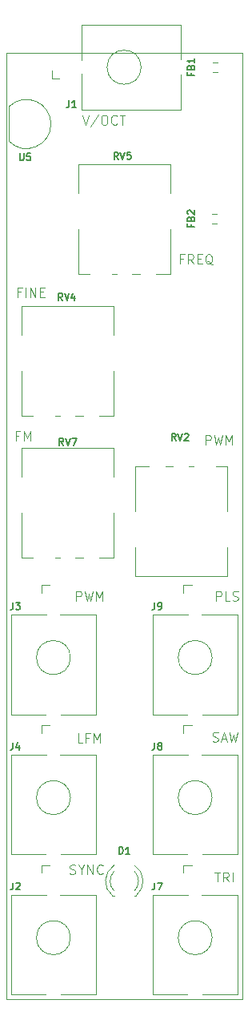
<source format=gbr>
%TF.GenerationSoftware,KiCad,Pcbnew,8.0.0*%
%TF.CreationDate,2024-08-08T14:00:08-07:00*%
%TF.ProjectId,vco,76636f2e-6b69-4636-9164-5f7063625858,rev?*%
%TF.SameCoordinates,Original*%
%TF.FileFunction,Legend,Top*%
%TF.FilePolarity,Positive*%
%FSLAX46Y46*%
G04 Gerber Fmt 4.6, Leading zero omitted, Abs format (unit mm)*
G04 Created by KiCad (PCBNEW 8.0.0) date 2024-08-08 14:00:08*
%MOMM*%
%LPD*%
G01*
G04 APERTURE LIST*
%ADD10C,0.100000*%
%ADD11C,0.150000*%
%ADD12C,0.120000*%
%TA.AperFunction,Profile*%
%ADD13C,0.050000*%
%TD*%
G04 APERTURE END LIST*
D10*
X51337217Y-90448609D02*
X51003884Y-90448609D01*
X51003884Y-90972419D02*
X51003884Y-89972419D01*
X51003884Y-89972419D02*
X51480074Y-89972419D01*
X51861027Y-90972419D02*
X51861027Y-89972419D01*
X51861027Y-89972419D02*
X52194360Y-90686704D01*
X52194360Y-90686704D02*
X52527693Y-89972419D01*
X52527693Y-89972419D02*
X52527693Y-90972419D01*
X71103884Y-91372419D02*
X71103884Y-90372419D01*
X71103884Y-90372419D02*
X71484836Y-90372419D01*
X71484836Y-90372419D02*
X71580074Y-90420038D01*
X71580074Y-90420038D02*
X71627693Y-90467657D01*
X71627693Y-90467657D02*
X71675312Y-90562895D01*
X71675312Y-90562895D02*
X71675312Y-90705752D01*
X71675312Y-90705752D02*
X71627693Y-90800990D01*
X71627693Y-90800990D02*
X71580074Y-90848609D01*
X71580074Y-90848609D02*
X71484836Y-90896228D01*
X71484836Y-90896228D02*
X71103884Y-90896228D01*
X72008646Y-90372419D02*
X72246741Y-91372419D01*
X72246741Y-91372419D02*
X72437217Y-90658133D01*
X72437217Y-90658133D02*
X72627693Y-91372419D01*
X72627693Y-91372419D02*
X72865789Y-90372419D01*
X73246741Y-91372419D02*
X73246741Y-90372419D01*
X73246741Y-90372419D02*
X73580074Y-91086704D01*
X73580074Y-91086704D02*
X73913407Y-90372419D01*
X73913407Y-90372419D02*
X73913407Y-91372419D01*
X68737217Y-71748609D02*
X68403884Y-71748609D01*
X68403884Y-72272419D02*
X68403884Y-71272419D01*
X68403884Y-71272419D02*
X68880074Y-71272419D01*
X69832455Y-72272419D02*
X69499122Y-71796228D01*
X69261027Y-72272419D02*
X69261027Y-71272419D01*
X69261027Y-71272419D02*
X69641979Y-71272419D01*
X69641979Y-71272419D02*
X69737217Y-71320038D01*
X69737217Y-71320038D02*
X69784836Y-71367657D01*
X69784836Y-71367657D02*
X69832455Y-71462895D01*
X69832455Y-71462895D02*
X69832455Y-71605752D01*
X69832455Y-71605752D02*
X69784836Y-71700990D01*
X69784836Y-71700990D02*
X69737217Y-71748609D01*
X69737217Y-71748609D02*
X69641979Y-71796228D01*
X69641979Y-71796228D02*
X69261027Y-71796228D01*
X70261027Y-71748609D02*
X70594360Y-71748609D01*
X70737217Y-72272419D02*
X70261027Y-72272419D01*
X70261027Y-72272419D02*
X70261027Y-71272419D01*
X70261027Y-71272419D02*
X70737217Y-71272419D01*
X71832455Y-72367657D02*
X71737217Y-72320038D01*
X71737217Y-72320038D02*
X71641979Y-72224800D01*
X71641979Y-72224800D02*
X71499122Y-72081942D01*
X71499122Y-72081942D02*
X71403884Y-72034323D01*
X71403884Y-72034323D02*
X71308646Y-72034323D01*
X71356265Y-72272419D02*
X71261027Y-72224800D01*
X71261027Y-72224800D02*
X71165789Y-72129561D01*
X71165789Y-72129561D02*
X71118170Y-71939085D01*
X71118170Y-71939085D02*
X71118170Y-71605752D01*
X71118170Y-71605752D02*
X71165789Y-71415276D01*
X71165789Y-71415276D02*
X71261027Y-71320038D01*
X71261027Y-71320038D02*
X71356265Y-71272419D01*
X71356265Y-71272419D02*
X71546741Y-71272419D01*
X71546741Y-71272419D02*
X71641979Y-71320038D01*
X71641979Y-71320038D02*
X71737217Y-71415276D01*
X71737217Y-71415276D02*
X71784836Y-71605752D01*
X71784836Y-71605752D02*
X71784836Y-71939085D01*
X71784836Y-71939085D02*
X71737217Y-72129561D01*
X71737217Y-72129561D02*
X71641979Y-72224800D01*
X71641979Y-72224800D02*
X71546741Y-72272419D01*
X71546741Y-72272419D02*
X71356265Y-72272419D01*
X51537217Y-75248609D02*
X51203884Y-75248609D01*
X51203884Y-75772419D02*
X51203884Y-74772419D01*
X51203884Y-74772419D02*
X51680074Y-74772419D01*
X52061027Y-75772419D02*
X52061027Y-74772419D01*
X52537217Y-75772419D02*
X52537217Y-74772419D01*
X52537217Y-74772419D02*
X53108645Y-75772419D01*
X53108645Y-75772419D02*
X53108645Y-74772419D01*
X53584836Y-75248609D02*
X53918169Y-75248609D01*
X54061026Y-75772419D02*
X53584836Y-75772419D01*
X53584836Y-75772419D02*
X53584836Y-74772419D01*
X53584836Y-74772419D02*
X54061026Y-74772419D01*
X57403884Y-107872419D02*
X57403884Y-106872419D01*
X57403884Y-106872419D02*
X57784836Y-106872419D01*
X57784836Y-106872419D02*
X57880074Y-106920038D01*
X57880074Y-106920038D02*
X57927693Y-106967657D01*
X57927693Y-106967657D02*
X57975312Y-107062895D01*
X57975312Y-107062895D02*
X57975312Y-107205752D01*
X57975312Y-107205752D02*
X57927693Y-107300990D01*
X57927693Y-107300990D02*
X57880074Y-107348609D01*
X57880074Y-107348609D02*
X57784836Y-107396228D01*
X57784836Y-107396228D02*
X57403884Y-107396228D01*
X58308646Y-106872419D02*
X58546741Y-107872419D01*
X58546741Y-107872419D02*
X58737217Y-107158133D01*
X58737217Y-107158133D02*
X58927693Y-107872419D01*
X58927693Y-107872419D02*
X59165789Y-106872419D01*
X59546741Y-107872419D02*
X59546741Y-106872419D01*
X59546741Y-106872419D02*
X59880074Y-107586704D01*
X59880074Y-107586704D02*
X60213407Y-106872419D01*
X60213407Y-106872419D02*
X60213407Y-107872419D01*
X56756265Y-136724800D02*
X56899122Y-136772419D01*
X56899122Y-136772419D02*
X57137217Y-136772419D01*
X57137217Y-136772419D02*
X57232455Y-136724800D01*
X57232455Y-136724800D02*
X57280074Y-136677180D01*
X57280074Y-136677180D02*
X57327693Y-136581942D01*
X57327693Y-136581942D02*
X57327693Y-136486704D01*
X57327693Y-136486704D02*
X57280074Y-136391466D01*
X57280074Y-136391466D02*
X57232455Y-136343847D01*
X57232455Y-136343847D02*
X57137217Y-136296228D01*
X57137217Y-136296228D02*
X56946741Y-136248609D01*
X56946741Y-136248609D02*
X56851503Y-136200990D01*
X56851503Y-136200990D02*
X56803884Y-136153371D01*
X56803884Y-136153371D02*
X56756265Y-136058133D01*
X56756265Y-136058133D02*
X56756265Y-135962895D01*
X56756265Y-135962895D02*
X56803884Y-135867657D01*
X56803884Y-135867657D02*
X56851503Y-135820038D01*
X56851503Y-135820038D02*
X56946741Y-135772419D01*
X56946741Y-135772419D02*
X57184836Y-135772419D01*
X57184836Y-135772419D02*
X57327693Y-135820038D01*
X57946741Y-136296228D02*
X57946741Y-136772419D01*
X57613408Y-135772419D02*
X57946741Y-136296228D01*
X57946741Y-136296228D02*
X58280074Y-135772419D01*
X58613408Y-136772419D02*
X58613408Y-135772419D01*
X58613408Y-135772419D02*
X59184836Y-136772419D01*
X59184836Y-136772419D02*
X59184836Y-135772419D01*
X60232455Y-136677180D02*
X60184836Y-136724800D01*
X60184836Y-136724800D02*
X60041979Y-136772419D01*
X60041979Y-136772419D02*
X59946741Y-136772419D01*
X59946741Y-136772419D02*
X59803884Y-136724800D01*
X59803884Y-136724800D02*
X59708646Y-136629561D01*
X59708646Y-136629561D02*
X59661027Y-136534323D01*
X59661027Y-136534323D02*
X59613408Y-136343847D01*
X59613408Y-136343847D02*
X59613408Y-136200990D01*
X59613408Y-136200990D02*
X59661027Y-136010514D01*
X59661027Y-136010514D02*
X59708646Y-135915276D01*
X59708646Y-135915276D02*
X59803884Y-135820038D01*
X59803884Y-135820038D02*
X59946741Y-135772419D01*
X59946741Y-135772419D02*
X60041979Y-135772419D01*
X60041979Y-135772419D02*
X60184836Y-135820038D01*
X60184836Y-135820038D02*
X60232455Y-135867657D01*
X58080074Y-122872419D02*
X57603884Y-122872419D01*
X57603884Y-122872419D02*
X57603884Y-121872419D01*
X58746741Y-122348609D02*
X58413408Y-122348609D01*
X58413408Y-122872419D02*
X58413408Y-121872419D01*
X58413408Y-121872419D02*
X58889598Y-121872419D01*
X59270551Y-122872419D02*
X59270551Y-121872419D01*
X59270551Y-121872419D02*
X59603884Y-122586704D01*
X59603884Y-122586704D02*
X59937217Y-121872419D01*
X59937217Y-121872419D02*
X59937217Y-122872419D01*
X58061027Y-56572419D02*
X58394360Y-57572419D01*
X58394360Y-57572419D02*
X58727693Y-56572419D01*
X59775312Y-56524800D02*
X58918170Y-57810514D01*
X60299122Y-56572419D02*
X60489598Y-56572419D01*
X60489598Y-56572419D02*
X60584836Y-56620038D01*
X60584836Y-56620038D02*
X60680074Y-56715276D01*
X60680074Y-56715276D02*
X60727693Y-56905752D01*
X60727693Y-56905752D02*
X60727693Y-57239085D01*
X60727693Y-57239085D02*
X60680074Y-57429561D01*
X60680074Y-57429561D02*
X60584836Y-57524800D01*
X60584836Y-57524800D02*
X60489598Y-57572419D01*
X60489598Y-57572419D02*
X60299122Y-57572419D01*
X60299122Y-57572419D02*
X60203884Y-57524800D01*
X60203884Y-57524800D02*
X60108646Y-57429561D01*
X60108646Y-57429561D02*
X60061027Y-57239085D01*
X60061027Y-57239085D02*
X60061027Y-56905752D01*
X60061027Y-56905752D02*
X60108646Y-56715276D01*
X60108646Y-56715276D02*
X60203884Y-56620038D01*
X60203884Y-56620038D02*
X60299122Y-56572419D01*
X61727693Y-57477180D02*
X61680074Y-57524800D01*
X61680074Y-57524800D02*
X61537217Y-57572419D01*
X61537217Y-57572419D02*
X61441979Y-57572419D01*
X61441979Y-57572419D02*
X61299122Y-57524800D01*
X61299122Y-57524800D02*
X61203884Y-57429561D01*
X61203884Y-57429561D02*
X61156265Y-57334323D01*
X61156265Y-57334323D02*
X61108646Y-57143847D01*
X61108646Y-57143847D02*
X61108646Y-57000990D01*
X61108646Y-57000990D02*
X61156265Y-56810514D01*
X61156265Y-56810514D02*
X61203884Y-56715276D01*
X61203884Y-56715276D02*
X61299122Y-56620038D01*
X61299122Y-56620038D02*
X61441979Y-56572419D01*
X61441979Y-56572419D02*
X61537217Y-56572419D01*
X61537217Y-56572419D02*
X61680074Y-56620038D01*
X61680074Y-56620038D02*
X61727693Y-56667657D01*
X62013408Y-56572419D02*
X62584836Y-56572419D01*
X62299122Y-57572419D02*
X62299122Y-56572419D01*
X72061027Y-136572419D02*
X72632455Y-136572419D01*
X72346741Y-137572419D02*
X72346741Y-136572419D01*
X73537217Y-137572419D02*
X73203884Y-137096228D01*
X72965789Y-137572419D02*
X72965789Y-136572419D01*
X72965789Y-136572419D02*
X73346741Y-136572419D01*
X73346741Y-136572419D02*
X73441979Y-136620038D01*
X73441979Y-136620038D02*
X73489598Y-136667657D01*
X73489598Y-136667657D02*
X73537217Y-136762895D01*
X73537217Y-136762895D02*
X73537217Y-136905752D01*
X73537217Y-136905752D02*
X73489598Y-137000990D01*
X73489598Y-137000990D02*
X73441979Y-137048609D01*
X73441979Y-137048609D02*
X73346741Y-137096228D01*
X73346741Y-137096228D02*
X72965789Y-137096228D01*
X73965789Y-137572419D02*
X73965789Y-136572419D01*
X71856265Y-122724800D02*
X71999122Y-122772419D01*
X71999122Y-122772419D02*
X72237217Y-122772419D01*
X72237217Y-122772419D02*
X72332455Y-122724800D01*
X72332455Y-122724800D02*
X72380074Y-122677180D01*
X72380074Y-122677180D02*
X72427693Y-122581942D01*
X72427693Y-122581942D02*
X72427693Y-122486704D01*
X72427693Y-122486704D02*
X72380074Y-122391466D01*
X72380074Y-122391466D02*
X72332455Y-122343847D01*
X72332455Y-122343847D02*
X72237217Y-122296228D01*
X72237217Y-122296228D02*
X72046741Y-122248609D01*
X72046741Y-122248609D02*
X71951503Y-122200990D01*
X71951503Y-122200990D02*
X71903884Y-122153371D01*
X71903884Y-122153371D02*
X71856265Y-122058133D01*
X71856265Y-122058133D02*
X71856265Y-121962895D01*
X71856265Y-121962895D02*
X71903884Y-121867657D01*
X71903884Y-121867657D02*
X71951503Y-121820038D01*
X71951503Y-121820038D02*
X72046741Y-121772419D01*
X72046741Y-121772419D02*
X72284836Y-121772419D01*
X72284836Y-121772419D02*
X72427693Y-121820038D01*
X72808646Y-122486704D02*
X73284836Y-122486704D01*
X72713408Y-122772419D02*
X73046741Y-121772419D01*
X73046741Y-121772419D02*
X73380074Y-122772419D01*
X73618170Y-121772419D02*
X73856265Y-122772419D01*
X73856265Y-122772419D02*
X74046741Y-122058133D01*
X74046741Y-122058133D02*
X74237217Y-122772419D01*
X74237217Y-122772419D02*
X74475313Y-121772419D01*
X72203884Y-107872419D02*
X72203884Y-106872419D01*
X72203884Y-106872419D02*
X72584836Y-106872419D01*
X72584836Y-106872419D02*
X72680074Y-106920038D01*
X72680074Y-106920038D02*
X72727693Y-106967657D01*
X72727693Y-106967657D02*
X72775312Y-107062895D01*
X72775312Y-107062895D02*
X72775312Y-107205752D01*
X72775312Y-107205752D02*
X72727693Y-107300990D01*
X72727693Y-107300990D02*
X72680074Y-107348609D01*
X72680074Y-107348609D02*
X72584836Y-107396228D01*
X72584836Y-107396228D02*
X72203884Y-107396228D01*
X73680074Y-107872419D02*
X73203884Y-107872419D01*
X73203884Y-107872419D02*
X73203884Y-106872419D01*
X73965789Y-107824800D02*
X74108646Y-107872419D01*
X74108646Y-107872419D02*
X74346741Y-107872419D01*
X74346741Y-107872419D02*
X74441979Y-107824800D01*
X74441979Y-107824800D02*
X74489598Y-107777180D01*
X74489598Y-107777180D02*
X74537217Y-107681942D01*
X74537217Y-107681942D02*
X74537217Y-107586704D01*
X74537217Y-107586704D02*
X74489598Y-107491466D01*
X74489598Y-107491466D02*
X74441979Y-107443847D01*
X74441979Y-107443847D02*
X74346741Y-107396228D01*
X74346741Y-107396228D02*
X74156265Y-107348609D01*
X74156265Y-107348609D02*
X74061027Y-107300990D01*
X74061027Y-107300990D02*
X74013408Y-107253371D01*
X74013408Y-107253371D02*
X73965789Y-107158133D01*
X73965789Y-107158133D02*
X73965789Y-107062895D01*
X73965789Y-107062895D02*
X74013408Y-106967657D01*
X74013408Y-106967657D02*
X74061027Y-106920038D01*
X74061027Y-106920038D02*
X74156265Y-106872419D01*
X74156265Y-106872419D02*
X74394360Y-106872419D01*
X74394360Y-106872419D02*
X74537217Y-106920038D01*
D11*
X69546307Y-68124999D02*
X69546307Y-68374999D01*
X69939164Y-68374999D02*
X69189164Y-68374999D01*
X69189164Y-68374999D02*
X69189164Y-68017856D01*
X69546307Y-67482142D02*
X69582021Y-67374999D01*
X69582021Y-67374999D02*
X69617735Y-67339285D01*
X69617735Y-67339285D02*
X69689164Y-67303571D01*
X69689164Y-67303571D02*
X69796307Y-67303571D01*
X69796307Y-67303571D02*
X69867735Y-67339285D01*
X69867735Y-67339285D02*
X69903450Y-67374999D01*
X69903450Y-67374999D02*
X69939164Y-67446428D01*
X69939164Y-67446428D02*
X69939164Y-67732142D01*
X69939164Y-67732142D02*
X69189164Y-67732142D01*
X69189164Y-67732142D02*
X69189164Y-67482142D01*
X69189164Y-67482142D02*
X69224878Y-67410714D01*
X69224878Y-67410714D02*
X69260592Y-67374999D01*
X69260592Y-67374999D02*
X69332021Y-67339285D01*
X69332021Y-67339285D02*
X69403450Y-67339285D01*
X69403450Y-67339285D02*
X69474878Y-67374999D01*
X69474878Y-67374999D02*
X69510592Y-67410714D01*
X69510592Y-67410714D02*
X69546307Y-67482142D01*
X69546307Y-67482142D02*
X69546307Y-67732142D01*
X69260592Y-67017856D02*
X69224878Y-66982142D01*
X69224878Y-66982142D02*
X69189164Y-66910714D01*
X69189164Y-66910714D02*
X69189164Y-66732142D01*
X69189164Y-66732142D02*
X69224878Y-66660714D01*
X69224878Y-66660714D02*
X69260592Y-66624999D01*
X69260592Y-66624999D02*
X69332021Y-66589285D01*
X69332021Y-66589285D02*
X69403450Y-66589285D01*
X69403450Y-66589285D02*
X69510592Y-66624999D01*
X69510592Y-66624999D02*
X69939164Y-67053571D01*
X69939164Y-67053571D02*
X69939164Y-66589285D01*
X69546307Y-52124999D02*
X69546307Y-52374999D01*
X69939164Y-52374999D02*
X69189164Y-52374999D01*
X69189164Y-52374999D02*
X69189164Y-52017856D01*
X69546307Y-51482142D02*
X69582021Y-51374999D01*
X69582021Y-51374999D02*
X69617735Y-51339285D01*
X69617735Y-51339285D02*
X69689164Y-51303571D01*
X69689164Y-51303571D02*
X69796307Y-51303571D01*
X69796307Y-51303571D02*
X69867735Y-51339285D01*
X69867735Y-51339285D02*
X69903450Y-51374999D01*
X69903450Y-51374999D02*
X69939164Y-51446428D01*
X69939164Y-51446428D02*
X69939164Y-51732142D01*
X69939164Y-51732142D02*
X69189164Y-51732142D01*
X69189164Y-51732142D02*
X69189164Y-51482142D01*
X69189164Y-51482142D02*
X69224878Y-51410714D01*
X69224878Y-51410714D02*
X69260592Y-51374999D01*
X69260592Y-51374999D02*
X69332021Y-51339285D01*
X69332021Y-51339285D02*
X69403450Y-51339285D01*
X69403450Y-51339285D02*
X69474878Y-51374999D01*
X69474878Y-51374999D02*
X69510592Y-51410714D01*
X69510592Y-51410714D02*
X69546307Y-51482142D01*
X69546307Y-51482142D02*
X69546307Y-51732142D01*
X69939164Y-50589285D02*
X69939164Y-51017856D01*
X69939164Y-50803571D02*
X69189164Y-50803571D01*
X69189164Y-50803571D02*
X69296307Y-50874999D01*
X69296307Y-50874999D02*
X69367735Y-50946428D01*
X69367735Y-50946428D02*
X69403450Y-51017856D01*
X56053571Y-91439164D02*
X55803571Y-91082021D01*
X55625000Y-91439164D02*
X55625000Y-90689164D01*
X55625000Y-90689164D02*
X55910714Y-90689164D01*
X55910714Y-90689164D02*
X55982143Y-90724878D01*
X55982143Y-90724878D02*
X56017857Y-90760592D01*
X56017857Y-90760592D02*
X56053571Y-90832021D01*
X56053571Y-90832021D02*
X56053571Y-90939164D01*
X56053571Y-90939164D02*
X56017857Y-91010592D01*
X56017857Y-91010592D02*
X55982143Y-91046307D01*
X55982143Y-91046307D02*
X55910714Y-91082021D01*
X55910714Y-91082021D02*
X55625000Y-91082021D01*
X56267857Y-90689164D02*
X56517857Y-91439164D01*
X56517857Y-91439164D02*
X56767857Y-90689164D01*
X56946428Y-90689164D02*
X57446428Y-90689164D01*
X57446428Y-90689164D02*
X57125000Y-91439164D01*
X61853571Y-61239164D02*
X61603571Y-60882021D01*
X61425000Y-61239164D02*
X61425000Y-60489164D01*
X61425000Y-60489164D02*
X61710714Y-60489164D01*
X61710714Y-60489164D02*
X61782143Y-60524878D01*
X61782143Y-60524878D02*
X61817857Y-60560592D01*
X61817857Y-60560592D02*
X61853571Y-60632021D01*
X61853571Y-60632021D02*
X61853571Y-60739164D01*
X61853571Y-60739164D02*
X61817857Y-60810592D01*
X61817857Y-60810592D02*
X61782143Y-60846307D01*
X61782143Y-60846307D02*
X61710714Y-60882021D01*
X61710714Y-60882021D02*
X61425000Y-60882021D01*
X62067857Y-60489164D02*
X62317857Y-61239164D01*
X62317857Y-61239164D02*
X62567857Y-60489164D01*
X63175000Y-60489164D02*
X62817857Y-60489164D01*
X62817857Y-60489164D02*
X62782143Y-60846307D01*
X62782143Y-60846307D02*
X62817857Y-60810592D01*
X62817857Y-60810592D02*
X62889286Y-60774878D01*
X62889286Y-60774878D02*
X63067857Y-60774878D01*
X63067857Y-60774878D02*
X63139286Y-60810592D01*
X63139286Y-60810592D02*
X63175000Y-60846307D01*
X63175000Y-60846307D02*
X63210714Y-60917735D01*
X63210714Y-60917735D02*
X63210714Y-61096307D01*
X63210714Y-61096307D02*
X63175000Y-61167735D01*
X63175000Y-61167735D02*
X63139286Y-61203450D01*
X63139286Y-61203450D02*
X63067857Y-61239164D01*
X63067857Y-61239164D02*
X62889286Y-61239164D01*
X62889286Y-61239164D02*
X62817857Y-61203450D01*
X62817857Y-61203450D02*
X62782143Y-61167735D01*
X55953571Y-76139164D02*
X55703571Y-75782021D01*
X55525000Y-76139164D02*
X55525000Y-75389164D01*
X55525000Y-75389164D02*
X55810714Y-75389164D01*
X55810714Y-75389164D02*
X55882143Y-75424878D01*
X55882143Y-75424878D02*
X55917857Y-75460592D01*
X55917857Y-75460592D02*
X55953571Y-75532021D01*
X55953571Y-75532021D02*
X55953571Y-75639164D01*
X55953571Y-75639164D02*
X55917857Y-75710592D01*
X55917857Y-75710592D02*
X55882143Y-75746307D01*
X55882143Y-75746307D02*
X55810714Y-75782021D01*
X55810714Y-75782021D02*
X55525000Y-75782021D01*
X56167857Y-75389164D02*
X56417857Y-76139164D01*
X56417857Y-76139164D02*
X56667857Y-75389164D01*
X57239286Y-75639164D02*
X57239286Y-76139164D01*
X57060714Y-75353450D02*
X56882143Y-75889164D01*
X56882143Y-75889164D02*
X57346428Y-75889164D01*
X67953571Y-90939164D02*
X67703571Y-90582021D01*
X67525000Y-90939164D02*
X67525000Y-90189164D01*
X67525000Y-90189164D02*
X67810714Y-90189164D01*
X67810714Y-90189164D02*
X67882143Y-90224878D01*
X67882143Y-90224878D02*
X67917857Y-90260592D01*
X67917857Y-90260592D02*
X67953571Y-90332021D01*
X67953571Y-90332021D02*
X67953571Y-90439164D01*
X67953571Y-90439164D02*
X67917857Y-90510592D01*
X67917857Y-90510592D02*
X67882143Y-90546307D01*
X67882143Y-90546307D02*
X67810714Y-90582021D01*
X67810714Y-90582021D02*
X67525000Y-90582021D01*
X68167857Y-90189164D02*
X68417857Y-90939164D01*
X68417857Y-90939164D02*
X68667857Y-90189164D01*
X68882143Y-90260592D02*
X68917857Y-90224878D01*
X68917857Y-90224878D02*
X68989286Y-90189164D01*
X68989286Y-90189164D02*
X69167857Y-90189164D01*
X69167857Y-90189164D02*
X69239286Y-90224878D01*
X69239286Y-90224878D02*
X69275000Y-90260592D01*
X69275000Y-90260592D02*
X69310714Y-90332021D01*
X69310714Y-90332021D02*
X69310714Y-90403450D01*
X69310714Y-90403450D02*
X69275000Y-90510592D01*
X69275000Y-90510592D02*
X68846428Y-90939164D01*
X68846428Y-90939164D02*
X69310714Y-90939164D01*
X51428571Y-60589164D02*
X51428571Y-61196307D01*
X51428571Y-61196307D02*
X51464285Y-61267735D01*
X51464285Y-61267735D02*
X51500000Y-61303450D01*
X51500000Y-61303450D02*
X51571428Y-61339164D01*
X51571428Y-61339164D02*
X51714285Y-61339164D01*
X51714285Y-61339164D02*
X51785714Y-61303450D01*
X51785714Y-61303450D02*
X51821428Y-61267735D01*
X51821428Y-61267735D02*
X51857142Y-61196307D01*
X51857142Y-61196307D02*
X51857142Y-60589164D01*
X52571428Y-60589164D02*
X52214285Y-60589164D01*
X52214285Y-60589164D02*
X52178571Y-60946307D01*
X52178571Y-60946307D02*
X52214285Y-60910592D01*
X52214285Y-60910592D02*
X52285714Y-60874878D01*
X52285714Y-60874878D02*
X52464285Y-60874878D01*
X52464285Y-60874878D02*
X52535714Y-60910592D01*
X52535714Y-60910592D02*
X52571428Y-60946307D01*
X52571428Y-60946307D02*
X52607142Y-61017735D01*
X52607142Y-61017735D02*
X52607142Y-61196307D01*
X52607142Y-61196307D02*
X52571428Y-61267735D01*
X52571428Y-61267735D02*
X52535714Y-61303450D01*
X52535714Y-61303450D02*
X52464285Y-61339164D01*
X52464285Y-61339164D02*
X52285714Y-61339164D01*
X52285714Y-61339164D02*
X52214285Y-61303450D01*
X52214285Y-61303450D02*
X52178571Y-61267735D01*
X65720000Y-108069164D02*
X65720000Y-108604878D01*
X65720000Y-108604878D02*
X65684285Y-108712021D01*
X65684285Y-108712021D02*
X65612857Y-108783450D01*
X65612857Y-108783450D02*
X65505714Y-108819164D01*
X65505714Y-108819164D02*
X65434285Y-108819164D01*
X66112857Y-108819164D02*
X66255714Y-108819164D01*
X66255714Y-108819164D02*
X66327143Y-108783450D01*
X66327143Y-108783450D02*
X66362857Y-108747735D01*
X66362857Y-108747735D02*
X66434286Y-108640592D01*
X66434286Y-108640592D02*
X66470000Y-108497735D01*
X66470000Y-108497735D02*
X66470000Y-108212021D01*
X66470000Y-108212021D02*
X66434286Y-108140592D01*
X66434286Y-108140592D02*
X66398572Y-108104878D01*
X66398572Y-108104878D02*
X66327143Y-108069164D01*
X66327143Y-108069164D02*
X66184286Y-108069164D01*
X66184286Y-108069164D02*
X66112857Y-108104878D01*
X66112857Y-108104878D02*
X66077143Y-108140592D01*
X66077143Y-108140592D02*
X66041429Y-108212021D01*
X66041429Y-108212021D02*
X66041429Y-108390592D01*
X66041429Y-108390592D02*
X66077143Y-108462021D01*
X66077143Y-108462021D02*
X66112857Y-108497735D01*
X66112857Y-108497735D02*
X66184286Y-108533450D01*
X66184286Y-108533450D02*
X66327143Y-108533450D01*
X66327143Y-108533450D02*
X66398572Y-108497735D01*
X66398572Y-108497735D02*
X66434286Y-108462021D01*
X66434286Y-108462021D02*
X66470000Y-108390592D01*
X65720000Y-122869164D02*
X65720000Y-123404878D01*
X65720000Y-123404878D02*
X65684285Y-123512021D01*
X65684285Y-123512021D02*
X65612857Y-123583450D01*
X65612857Y-123583450D02*
X65505714Y-123619164D01*
X65505714Y-123619164D02*
X65434285Y-123619164D01*
X66184286Y-123190592D02*
X66112857Y-123154878D01*
X66112857Y-123154878D02*
X66077143Y-123119164D01*
X66077143Y-123119164D02*
X66041429Y-123047735D01*
X66041429Y-123047735D02*
X66041429Y-123012021D01*
X66041429Y-123012021D02*
X66077143Y-122940592D01*
X66077143Y-122940592D02*
X66112857Y-122904878D01*
X66112857Y-122904878D02*
X66184286Y-122869164D01*
X66184286Y-122869164D02*
X66327143Y-122869164D01*
X66327143Y-122869164D02*
X66398572Y-122904878D01*
X66398572Y-122904878D02*
X66434286Y-122940592D01*
X66434286Y-122940592D02*
X66470000Y-123012021D01*
X66470000Y-123012021D02*
X66470000Y-123047735D01*
X66470000Y-123047735D02*
X66434286Y-123119164D01*
X66434286Y-123119164D02*
X66398572Y-123154878D01*
X66398572Y-123154878D02*
X66327143Y-123190592D01*
X66327143Y-123190592D02*
X66184286Y-123190592D01*
X66184286Y-123190592D02*
X66112857Y-123226307D01*
X66112857Y-123226307D02*
X66077143Y-123262021D01*
X66077143Y-123262021D02*
X66041429Y-123333450D01*
X66041429Y-123333450D02*
X66041429Y-123476307D01*
X66041429Y-123476307D02*
X66077143Y-123547735D01*
X66077143Y-123547735D02*
X66112857Y-123583450D01*
X66112857Y-123583450D02*
X66184286Y-123619164D01*
X66184286Y-123619164D02*
X66327143Y-123619164D01*
X66327143Y-123619164D02*
X66398572Y-123583450D01*
X66398572Y-123583450D02*
X66434286Y-123547735D01*
X66434286Y-123547735D02*
X66470000Y-123476307D01*
X66470000Y-123476307D02*
X66470000Y-123333450D01*
X66470000Y-123333450D02*
X66434286Y-123262021D01*
X66434286Y-123262021D02*
X66398572Y-123226307D01*
X66398572Y-123226307D02*
X66327143Y-123190592D01*
X65720000Y-137669164D02*
X65720000Y-138204878D01*
X65720000Y-138204878D02*
X65684285Y-138312021D01*
X65684285Y-138312021D02*
X65612857Y-138383450D01*
X65612857Y-138383450D02*
X65505714Y-138419164D01*
X65505714Y-138419164D02*
X65434285Y-138419164D01*
X66005714Y-137669164D02*
X66505714Y-137669164D01*
X66505714Y-137669164D02*
X66184286Y-138419164D01*
X50720000Y-122869164D02*
X50720000Y-123404878D01*
X50720000Y-123404878D02*
X50684285Y-123512021D01*
X50684285Y-123512021D02*
X50612857Y-123583450D01*
X50612857Y-123583450D02*
X50505714Y-123619164D01*
X50505714Y-123619164D02*
X50434285Y-123619164D01*
X51398572Y-123119164D02*
X51398572Y-123619164D01*
X51220000Y-122833450D02*
X51041429Y-123369164D01*
X51041429Y-123369164D02*
X51505714Y-123369164D01*
X50720000Y-108069164D02*
X50720000Y-108604878D01*
X50720000Y-108604878D02*
X50684285Y-108712021D01*
X50684285Y-108712021D02*
X50612857Y-108783450D01*
X50612857Y-108783450D02*
X50505714Y-108819164D01*
X50505714Y-108819164D02*
X50434285Y-108819164D01*
X51005714Y-108069164D02*
X51470000Y-108069164D01*
X51470000Y-108069164D02*
X51220000Y-108354878D01*
X51220000Y-108354878D02*
X51327143Y-108354878D01*
X51327143Y-108354878D02*
X51398572Y-108390592D01*
X51398572Y-108390592D02*
X51434286Y-108426307D01*
X51434286Y-108426307D02*
X51470000Y-108497735D01*
X51470000Y-108497735D02*
X51470000Y-108676307D01*
X51470000Y-108676307D02*
X51434286Y-108747735D01*
X51434286Y-108747735D02*
X51398572Y-108783450D01*
X51398572Y-108783450D02*
X51327143Y-108819164D01*
X51327143Y-108819164D02*
X51112857Y-108819164D01*
X51112857Y-108819164D02*
X51041429Y-108783450D01*
X51041429Y-108783450D02*
X51005714Y-108747735D01*
X50720000Y-137669164D02*
X50720000Y-138204878D01*
X50720000Y-138204878D02*
X50684285Y-138312021D01*
X50684285Y-138312021D02*
X50612857Y-138383450D01*
X50612857Y-138383450D02*
X50505714Y-138419164D01*
X50505714Y-138419164D02*
X50434285Y-138419164D01*
X51041429Y-137740592D02*
X51077143Y-137704878D01*
X51077143Y-137704878D02*
X51148572Y-137669164D01*
X51148572Y-137669164D02*
X51327143Y-137669164D01*
X51327143Y-137669164D02*
X51398572Y-137704878D01*
X51398572Y-137704878D02*
X51434286Y-137740592D01*
X51434286Y-137740592D02*
X51470000Y-137812021D01*
X51470000Y-137812021D02*
X51470000Y-137883450D01*
X51470000Y-137883450D02*
X51434286Y-137990592D01*
X51434286Y-137990592D02*
X51005714Y-138419164D01*
X51005714Y-138419164D02*
X51470000Y-138419164D01*
X56650000Y-54989164D02*
X56650000Y-55524878D01*
X56650000Y-55524878D02*
X56614285Y-55632021D01*
X56614285Y-55632021D02*
X56542857Y-55703450D01*
X56542857Y-55703450D02*
X56435714Y-55739164D01*
X56435714Y-55739164D02*
X56364285Y-55739164D01*
X57400000Y-55739164D02*
X56971429Y-55739164D01*
X57185714Y-55739164D02*
X57185714Y-54989164D01*
X57185714Y-54989164D02*
X57114286Y-55096307D01*
X57114286Y-55096307D02*
X57042857Y-55167735D01*
X57042857Y-55167735D02*
X56971429Y-55203450D01*
X61946428Y-134639164D02*
X61946428Y-133889164D01*
X61946428Y-133889164D02*
X62124999Y-133889164D01*
X62124999Y-133889164D02*
X62232142Y-133924878D01*
X62232142Y-133924878D02*
X62303571Y-133996307D01*
X62303571Y-133996307D02*
X62339285Y-134067735D01*
X62339285Y-134067735D02*
X62374999Y-134210592D01*
X62374999Y-134210592D02*
X62374999Y-134317735D01*
X62374999Y-134317735D02*
X62339285Y-134460592D01*
X62339285Y-134460592D02*
X62303571Y-134532021D01*
X62303571Y-134532021D02*
X62232142Y-134603450D01*
X62232142Y-134603450D02*
X62124999Y-134639164D01*
X62124999Y-134639164D02*
X61946428Y-134639164D01*
X63089285Y-134639164D02*
X62660714Y-134639164D01*
X62874999Y-134639164D02*
X62874999Y-133889164D01*
X62874999Y-133889164D02*
X62803571Y-133996307D01*
X62803571Y-133996307D02*
X62732142Y-134067735D01*
X62732142Y-134067735D02*
X62660714Y-134103450D01*
D12*
%TO.C,FB2*%
X72254724Y-68022500D02*
X71745276Y-68022500D01*
X72254724Y-66977500D02*
X71745276Y-66977500D01*
%TO.C,FB1*%
X71832776Y-50977500D02*
X72342224Y-50977500D01*
X71832776Y-52022500D02*
X72342224Y-52022500D01*
%TO.C,RV7*%
X51620000Y-103345000D02*
X51620000Y-98625000D01*
X52810000Y-103345000D02*
X51630000Y-103345000D01*
X55710000Y-103345000D02*
X55180000Y-103345000D01*
X58160000Y-103345000D02*
X57330000Y-103345000D01*
X61370000Y-103345000D02*
X59880000Y-103345000D01*
X61370000Y-103345000D02*
X61370000Y-98625000D01*
X51630000Y-94815000D02*
X51630000Y-91755000D01*
X61370000Y-94815000D02*
X61370000Y-91755000D01*
X61370000Y-91755000D02*
X51630000Y-91755000D01*
%TO.C,RV5*%
X57620000Y-73345000D02*
X57620000Y-68625000D01*
X58810000Y-73345000D02*
X57630000Y-73345000D01*
X61710000Y-73345000D02*
X61180000Y-73345000D01*
X64160000Y-73345000D02*
X63330000Y-73345000D01*
X67370000Y-73345000D02*
X65880000Y-73345000D01*
X67370000Y-73345000D02*
X67370000Y-68625000D01*
X57630000Y-64815000D02*
X57630000Y-61755000D01*
X67370000Y-64815000D02*
X67370000Y-61755000D01*
X67370000Y-61755000D02*
X57630000Y-61755000D01*
%TO.C,RV4*%
X51620000Y-88345000D02*
X51620000Y-83625000D01*
X52810000Y-88345000D02*
X51630000Y-88345000D01*
X55710000Y-88345000D02*
X55180000Y-88345000D01*
X58160000Y-88345000D02*
X57330000Y-88345000D01*
X61370000Y-88345000D02*
X59880000Y-88345000D01*
X61370000Y-88345000D02*
X61370000Y-83625000D01*
X51630000Y-79815000D02*
X51630000Y-76755000D01*
X61370000Y-79815000D02*
X61370000Y-76755000D01*
X61370000Y-76755000D02*
X51630000Y-76755000D01*
%TO.C,RV2*%
X73380000Y-93655000D02*
X73380000Y-98375000D01*
X72190000Y-93655000D02*
X73370000Y-93655000D01*
X69290000Y-93655000D02*
X69820000Y-93655000D01*
X66840000Y-93655000D02*
X67670000Y-93655000D01*
X63630000Y-93655000D02*
X65120000Y-93655000D01*
X63630000Y-93655000D02*
X63630000Y-98375000D01*
X73370000Y-102185000D02*
X73370000Y-105245000D01*
X63630000Y-102185000D02*
X63630000Y-105245000D01*
X63630000Y-105245000D02*
X73370000Y-105245000D01*
%TO.C,U5*%
X50290000Y-55700000D02*
X50290000Y-59300000D01*
X50301522Y-55661522D02*
G75*
G02*
X54740000Y-57500000I1838478J-1838478D01*
G01*
X54740000Y-57500000D02*
G75*
G02*
X50301522Y-59338478I-2600000J0D01*
G01*
%TO.C,J9*%
X65500000Y-109380000D02*
X65500000Y-119880000D01*
X68770000Y-106230000D02*
X68770000Y-107030000D01*
X68770000Y-106230000D02*
X69630000Y-106230000D01*
X69200000Y-119880000D02*
X65500000Y-119880000D01*
X69280000Y-109380000D02*
X65500000Y-109380000D01*
X74500000Y-109380000D02*
X70720000Y-109380000D01*
X74500000Y-109380000D02*
X74500000Y-119880000D01*
X74500000Y-119880000D02*
X70800000Y-119880000D01*
X71800000Y-113880000D02*
G75*
G02*
X68200000Y-113880000I-1800000J0D01*
G01*
X68200000Y-113880000D02*
G75*
G02*
X71800000Y-113880000I1800000J0D01*
G01*
%TO.C,J8*%
X65500000Y-124180000D02*
X65500000Y-134680000D01*
X68770000Y-121030000D02*
X68770000Y-121830000D01*
X68770000Y-121030000D02*
X69630000Y-121030000D01*
X69200000Y-134680000D02*
X65500000Y-134680000D01*
X69280000Y-124180000D02*
X65500000Y-124180000D01*
X74500000Y-124180000D02*
X70720000Y-124180000D01*
X74500000Y-124180000D02*
X74500000Y-134680000D01*
X74500000Y-134680000D02*
X70800000Y-134680000D01*
X71800000Y-128680000D02*
G75*
G02*
X68200000Y-128680000I-1800000J0D01*
G01*
X68200000Y-128680000D02*
G75*
G02*
X71800000Y-128680000I1800000J0D01*
G01*
%TO.C,J7*%
X65500000Y-138980000D02*
X65500000Y-149480000D01*
X68770000Y-135830000D02*
X68770000Y-136630000D01*
X68770000Y-135830000D02*
X69630000Y-135830000D01*
X69200000Y-149480000D02*
X65500000Y-149480000D01*
X69280000Y-138980000D02*
X65500000Y-138980000D01*
X74500000Y-138980000D02*
X70720000Y-138980000D01*
X74500000Y-138980000D02*
X74500000Y-149480000D01*
X74500000Y-149480000D02*
X70800000Y-149480000D01*
X71800000Y-143480000D02*
G75*
G02*
X68200000Y-143480000I-1800000J0D01*
G01*
X68200000Y-143480000D02*
G75*
G02*
X71800000Y-143480000I1800000J0D01*
G01*
%TO.C,J4*%
X50500000Y-124180000D02*
X50500000Y-134680000D01*
X53770000Y-121030000D02*
X53770000Y-121830000D01*
X53770000Y-121030000D02*
X54630000Y-121030000D01*
X54200000Y-134680000D02*
X50500000Y-134680000D01*
X54280000Y-124180000D02*
X50500000Y-124180000D01*
X59500000Y-124180000D02*
X55720000Y-124180000D01*
X59500000Y-124180000D02*
X59500000Y-134680000D01*
X59500000Y-134680000D02*
X55800000Y-134680000D01*
X56800000Y-128680000D02*
G75*
G02*
X53200000Y-128680000I-1800000J0D01*
G01*
X53200000Y-128680000D02*
G75*
G02*
X56800000Y-128680000I1800000J0D01*
G01*
%TO.C,J3*%
X50500000Y-109380000D02*
X50500000Y-119880000D01*
X53770000Y-106230000D02*
X53770000Y-107030000D01*
X53770000Y-106230000D02*
X54630000Y-106230000D01*
X54200000Y-119880000D02*
X50500000Y-119880000D01*
X54280000Y-109380000D02*
X50500000Y-109380000D01*
X59500000Y-109380000D02*
X55720000Y-109380000D01*
X59500000Y-109380000D02*
X59500000Y-119880000D01*
X59500000Y-119880000D02*
X55800000Y-119880000D01*
X56800000Y-113880000D02*
G75*
G02*
X53200000Y-113880000I-1800000J0D01*
G01*
X53200000Y-113880000D02*
G75*
G02*
X56800000Y-113880000I1800000J0D01*
G01*
%TO.C,J2*%
X56800000Y-143480000D02*
G75*
G02*
X53200000Y-143480000I-1800000J0D01*
G01*
X53200000Y-143480000D02*
G75*
G02*
X56800000Y-143480000I1800000J0D01*
G01*
X59500000Y-149480000D02*
X55800000Y-149480000D01*
X59500000Y-138980000D02*
X59500000Y-149480000D01*
X59500000Y-138980000D02*
X55720000Y-138980000D01*
X54280000Y-138980000D02*
X50500000Y-138980000D01*
X54200000Y-149480000D02*
X50500000Y-149480000D01*
X53770000Y-135830000D02*
X54630000Y-135830000D01*
X53770000Y-135830000D02*
X53770000Y-136630000D01*
X50500000Y-138980000D02*
X50500000Y-149480000D01*
%TO.C,J1*%
X57980000Y-56000000D02*
X68480000Y-56000000D01*
X54830000Y-52730000D02*
X55630000Y-52730000D01*
X54830000Y-52730000D02*
X54830000Y-51870000D01*
X68480000Y-52300000D02*
X68480000Y-56000000D01*
X57980000Y-52220000D02*
X57980000Y-56000000D01*
X57980000Y-47000000D02*
X57980000Y-50780000D01*
X57980000Y-47000000D02*
X68480000Y-47000000D01*
X68480000Y-47000000D02*
X68480000Y-50700000D01*
X64280000Y-51500000D02*
G75*
G02*
X60680000Y-51500000I-1800000J0D01*
G01*
X60680000Y-51500000D02*
G75*
G02*
X64280000Y-51500000I1800000J0D01*
G01*
%TO.C,D1*%
X61264000Y-139065000D02*
X61420000Y-139065000D01*
X63580000Y-139065000D02*
X63736000Y-139065000D01*
X61264485Y-139064999D02*
G75*
G02*
X61421392Y-135832666I1235515J1559999D01*
G01*
X61420001Y-138545960D02*
G75*
G02*
X61420164Y-136463871I1079999J1040960D01*
G01*
X63579836Y-136463871D02*
G75*
G02*
X63579999Y-138545960I-1079836J-1041129D01*
G01*
X63578608Y-135832666D02*
G75*
G02*
X63735515Y-139064999I-1078608J-1672334D01*
G01*
%TD*%
D13*
X50000000Y-50000000D02*
X75000000Y-50000000D01*
X75000000Y-150000000D01*
X50000000Y-150000000D01*
X50000000Y-50000000D01*
M02*

</source>
